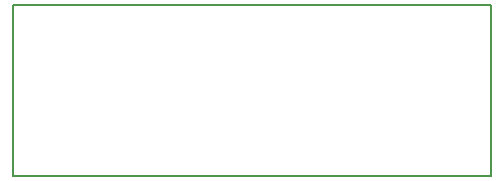
<source format=gbr>
G04 #@! TF.FileFunction,Profile,NP*
%FSLAX46Y46*%
G04 Gerber Fmt 4.6, Leading zero omitted, Abs format (unit mm)*
G04 Created by KiCad (PCBNEW 4.0.6) date 03/31/17 11:29:38*
%MOMM*%
%LPD*%
G01*
G04 APERTURE LIST*
%ADD10C,0.100000*%
%ADD11C,0.150000*%
G04 APERTURE END LIST*
D10*
D11*
X0Y1000000D02*
X40500000Y1000000D01*
X40500000Y-13500000D02*
X0Y-13500000D01*
X40500000Y-13500000D02*
X40500000Y1000000D01*
X0Y1000000D02*
X0Y-13500000D01*
M02*

</source>
